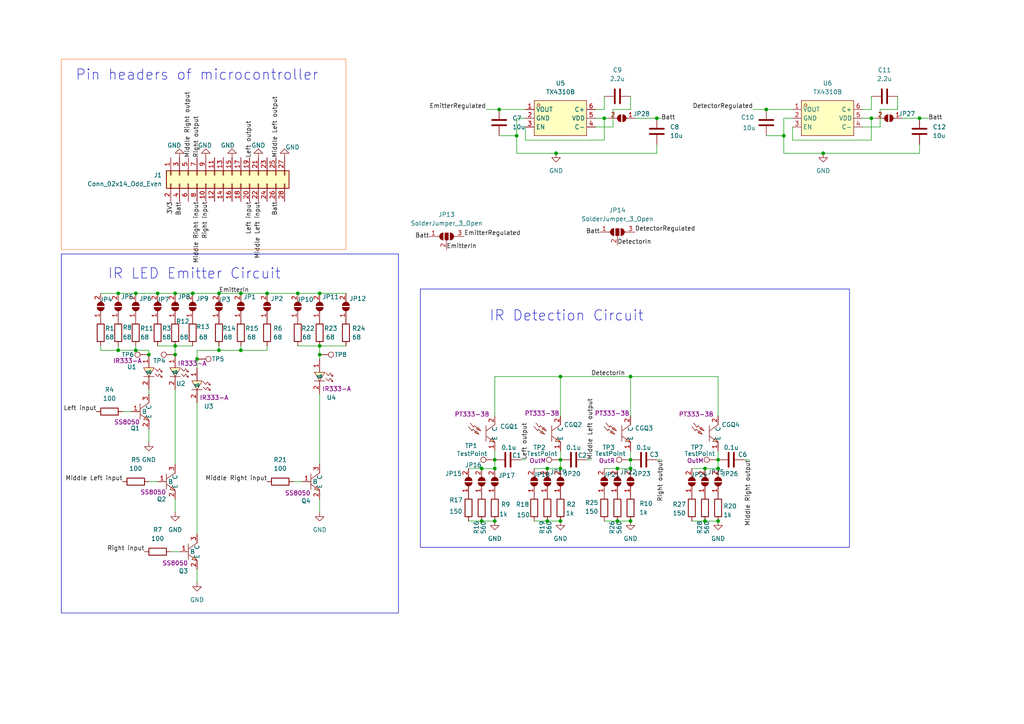
<source format=kicad_sch>
(kicad_sch (version 20231120) (generator "eeschema") (generator_version "8.0")
  (paper "A4")
  (title_block (title "Group 3 Micromouse Sensor board") (date "2024-03-17") (rev "v0.1") (company "UCT EEE3088F") (comment 1 "MHNNIC004") (comment 2 "Nicholas Meehan"))
  (lib_symbols
    (symbol "Connector:TestPoint" (pin_numbers hide) (pin_names (offset 0.762) hide)
      (property "Reference" "TP" (at 0 6.858 0))
      (property "Value" "TestPoint" (at 0 5.08 0))
      (symbol "TestPoint_1_1"
        (pin passive line (at 0 0 90) (length 2.54) (name "1") (number "1"))
      )
    )
    (symbol "Connector_Generic:Conn_02x14_Odd_Even" (pin_names (offset 1.016) hide)
      (property "Reference" "J" (at 1.27 17.78 0))
      (property "Value" "Conn_02x14_Odd_Even" (at 1.27 -20.32 0))
      (symbol "Conn_02x14_Odd_Even_1_1"
        (pin passive line (at -5.08 15.24 0) (length 3.81) (name "Pin_1") (number "1"))
        (pin passive line (at 7.62 5.08 180) (length 3.81) (name "Pin_10") (number "10"))
        (pin passive line (at -5.08 2.54 0) (length 3.81) (name "Pin_11") (number "11"))
        (pin passive line (at 7.62 2.54 180) (length 3.81) (name "Pin_12") (number "12"))
        (pin passive line (at -5.08 0 0) (length 3.81) (name "Pin_13") (number "13"))
        (pin passive line (at 7.62 0 180) (length 3.81) (name "Pin_14") (number "14"))
        (pin passive line (at -5.08 -2.54 0) (length 3.81) (name "Pin_15") (number "15"))
        (pin passive line (at 7.62 -2.54 180) (length 3.81) (name "Pin_16") (number "16"))
        (pin passive line (at -5.08 -5.08 0) (length 3.81) (name "Pin_17") (number "17"))
        (pin passive line (at 7.62 -5.08 180) (length 3.81) (name "Pin_18") (number "18"))
        (pin passive line (at -5.08 -7.62 0) (length 3.81) (name "Pin_19") (number "19"))
        (pin passive line (at 7.62 15.24 180) (length 3.81) (name "Pin_2") (number "2"))
        (pin passive line (at 7.62 -7.62 180) (length 3.81) (name "Pin_20") (number "20"))
        (pin passive line (at -5.08 -10.16 0) (length 3.81) (name "Pin_21") (number "21"))
        (pin passive line (at 7.62 -10.16 180) (length 3.81) (name "Pin_22") (number "22"))
        (pin passive line (at -5.08 -12.7 0) (length 3.81) (name "Pin_23") (number "23"))
        (pin passive line (at 7.62 -12.7 180) (length 3.81) (name "Pin_24") (number "24"))
        (pin passive line (at -5.08 -15.24 0) (length 3.81) (name "Pin_25") (number "25"))
        (pin passive line (at 7.62 -15.24 180) (length 3.81) (name "Pin_26") (number "26"))
        (pin passive line (at -5.08 -17.78 0) (length 3.81) (name "Pin_27") (number "27"))
        (pin passive line (at 7.62 -17.78 180) (length 3.81) (name "Pin_28") (number "28"))
        (pin passive line (at -5.08 12.7 0) (length 3.81) (name "Pin_3") (number "3"))
        (pin passive line (at 7.62 12.7 180) (length 3.81) (name "Pin_4") (number "4"))
        (pin passive line (at -5.08 10.16 0) (length 3.81) (name "Pin_5") (number "5"))
        (pin passive line (at 7.62 10.16 180) (length 3.81) (name "Pin_6") (number "6"))
        (pin passive line (at -5.08 7.62 0) (length 3.81) (name "Pin_7") (number "7"))
        (pin passive line (at 7.62 7.62 180) (length 3.81) (name "Pin_8") (number "8"))
        (pin passive line (at -5.08 5.08 0) (length 3.81) (name "Pin_9") (number "9"))
      )
    )
    (symbol "Device:C" (pin_numbers hide) (pin_names (offset 0.254))
      (property "Reference" "C" (at 0.635 2.54 0))
      (property "Value" "C" (at 0.635 -2.54 0))
      (symbol "C_1_1"
        (pin passive line (at 0 3.81 270) (length 2.794) (name "~") (number "1"))
        (pin passive line (at 0 -3.81 90) (length 2.794) (name "~") (number "2"))
      )
    )
    (symbol "Device:R" (pin_numbers hide) (pin_names (offset 0))
      (property "Reference" "R" (at 2.032 0 90))
      (property "Value" "R" (at 0 0 90))
      (symbol "R_1_1"
        (pin passive line (at 0 3.81 270) (length 1.27) (name "~") (number "1"))
        (pin passive line (at 0 -3.81 90) (length 1.27) (name "~") (number "2"))
      )
    )
    (symbol "Jumper:SolderJumper_2_Open" (pin_names (offset 0) hide)
      (property "Reference" "JP" (at 0 2.032 0))
      (property "Value" "SolderJumper_2_Open" (at 0 -2.54 0))
      (symbol "SolderJumper_2_Open_1_1"
        (pin passive line (at -3.81 0 0) (length 2.54) (name "A") (number "1"))
        (pin passive line (at 3.81 0 180) (length 2.54) (name "B") (number "2"))
      )
    )
    (symbol "Jumper:SolderJumper_3_Open" (pin_names (offset 0) hide)
      (property "Reference" "JP" (at -2.54 -2.54 0))
      (property "Value" "SolderJumper_3_Open" (at 0 2.794 0))
      (symbol "SolderJumper_3_Open_1_1"
        (pin passive line (at -5.08 0 0) (length 2.54) (name "A") (number "1"))
        (pin passive line (at 0 -3.81 90) (length 2.54) (name "C") (number "2"))
        (pin passive line (at 5.08 0 180) (length 2.54) (name "B") (number "3"))
      )
    )
    (symbol "easyeda2kicad:IR333-A_C264290"
      (property "Reference" "U" (at 0 5.08 0))
      (property "Value" "IR333-A_C264290" (at 0 -5.08 0))
      (symbol "IR333-A_C264290_0_1"
        (pin input line (at -5.08 0 0) (length 3.81) (name "A") (number "1"))
        (pin input line (at 5.08 0 180) (length 3.81) (name "C") (number "2"))
      )
    )
    (symbol "easyeda2kicad:PT333-3B_C5134"
      (property "Reference" "CGQ" (at 0 10.16 0))
      (property "Value" "PT333-3B_C5134" (at 0 -10.16 0))
      (symbol "PT333-3B_C5134_0_1"
        (pin unspecified line (at 3.81 -5.08 90) (length 2.54) (name "E") (number "1"))
        (pin unspecified line (at 3.81 5.08 270) (length 2.54) (name "C") (number "2"))
      )
    )
    (symbol "easyeda2kicad:SS8050_C2150"
      (property "Reference" "Q" (at 0 10.16 0))
      (property "Value" "SS8050_C2150" (at 0 -10.16 0))
      (symbol "SS8050_C2150_0_1"
        (pin unspecified line (at -5.08 0 0) (length 2.54) (name "B") (number "1"))
        (pin unspecified line (at 0 -5.08 90) (length 2.54) (name "E") (number "2"))
        (pin unspecified line (at 0 5.08 270) (length 2.54) (name "C") (number "3"))
      )
    )
    (symbol "easyeda2kicad:TX4310B"
      (property "Reference" "U" (at 0 7.62 0))
      (property "Value" "TX4310B" (at 0 -7.62 0))
      (symbol "TX4310B_0_1"
        (pin unspecified line (at -10.16 2.54 0) (length 2.54) (name "VOUT") (number "1"))
        (pin unspecified line (at -10.16 0 0) (length 2.54) (name "GND") (number "2"))
        (pin unspecified line (at -10.16 -2.54 0) (length 2.54) (name "EN") (number "3"))
        (pin unspecified line (at 10.16 -2.54 180) (length 2.54) (name "C-") (number "4"))
        (pin unspecified line (at 10.16 0 180) (length 2.54) (name "VDD") (number "5"))
        (pin unspecified line (at 10.16 2.54 180) (length 2.54) (name "C+") (number "6"))
      )
    )
    (symbol "power:GND" (power) (pin_numbers hide) (pin_names (offset 0) hide)
      (property "Value" "GND" (at 0 -3.81 0))
      (symbol "GND_1_1"
        (pin power_in line (at 0 0 270) (length 0) (name "~") (number "1"))
      )
    )
  )
  (junction (at 182.88 133.35))
  (junction (at 161.29 44.45))
  (junction (at 175.26 34.29))
  (junction (at 158.75 151.13))
  (junction (at 144.78 31.75))
  (junction (at 162.56 109.22))
  (junction (at 69.85 85.09))
  (junction (at 238.76 44.45))
  (junction (at 139.7 135.89))
  (junction (at 208.28 135.89))
  (junction (at 92.71 100.33))
  (junction (at 43.18 102.87))
  (junction (at 77.47 85.09))
  (junction (at 45.72 85.09))
  (junction (at 34.29 101.6))
  (junction (at 179.07 135.89))
  (junction (at 179.07 151.13))
  (junction (at 204.47 151.13))
  (junction (at 69.85 101.6))
  (junction (at 63.5 101.6))
  (junction (at 50.8 100.33))
  (junction (at 182.88 151.13))
  (junction (at 182.88 109.22))
  (junction (at 86.36 85.09))
  (junction (at 92.71 85.09))
  (junction (at 50.8 85.09))
  (junction (at 252.73 34.29))
  (junction (at 39.37 101.6))
  (junction (at 266.7 34.29))
  (junction (at 208.28 151.13))
  (junction (at 139.7 151.13))
  (junction (at 149.86 39.37))
  (junction (at 39.37 85.09))
  (junction (at 182.88 135.89))
  (junction (at 57.15 104.14))
  (junction (at 162.56 151.13))
  (junction (at 204.47 135.89))
  (junction (at 162.56 133.35))
  (junction (at 227.33 39.37))
  (junction (at 190.5 34.29))
  (junction (at 143.51 151.13))
  (junction (at 63.5 85.09))
  (junction (at 208.28 133.35))
  (junction (at 50.8 102.87))
  (junction (at 34.29 85.09))
  (junction (at 158.75 135.89))
  (junction (at 143.51 135.89))
  (junction (at 222.25 31.75))
  (junction (at 143.51 133.35))
  (junction (at 55.88 85.09))
  (junction (at 92.71 102.87))
  (junction (at 162.56 135.89))
  (wire (pts (xy 172.72 36.83) (xy 177.8 36.83)))
  (wire (pts (xy 208.28 133.35) (xy 208.28 135.89)))
  (wire (pts (xy 69.85 101.6) (xy 63.5 101.6)))
  (wire (pts (xy 175.26 34.29) (xy 175.26 40.64)))
  (wire (pts (xy 152.4 34.29) (xy 149.86 34.29)))
  (wire (pts (xy 170.18 133.35) (xy 171.45 133.35)))
  (wire (pts (xy 255.27 31.75) (xy 260.35 31.75)))
  (wire (pts (xy 92.71 114.3) (xy 92.71 134.62)))
  (wire (pts (xy 162.56 120.65) (xy 162.56 109.22)))
  (wire (pts (xy 69.85 100.33) (xy 69.85 101.6)))
  (wire (pts (xy 45.72 85.09) (xy 50.8 85.09)))
  (wire (pts (xy 162.56 133.35) (xy 162.56 135.89)))
  (wire (pts (xy 34.29 100.33) (xy 34.29 101.6)))
  (wire (pts (xy 57.15 165.1) (xy 57.15 168.91)))
  (wire (pts (xy 158.75 151.13) (xy 162.56 151.13)))
  (wire (pts (xy 29.21 101.6) (xy 34.29 101.6)))
  (wire (pts (xy 266.7 41.91) (xy 266.7 44.45)))
  (wire (pts (xy 143.51 109.22) (xy 162.56 109.22)))
  (wire (pts (xy 208.28 109.22) (xy 208.28 120.65)))
  (wire (pts (xy 152.4 133.35) (xy 151.13 133.35)))
  (wire (pts (xy 149.86 34.29) (xy 149.86 39.37)))
  (wire (pts (xy 69.85 85.09) (xy 77.47 85.09)))
  (wire (pts (xy 86.36 100.33) (xy 92.71 100.33)))
  (wire (pts (xy 50.8 144.78) (xy 50.8 148.59)))
  (wire (pts (xy 57.15 101.6) (xy 57.15 104.14)))
  (wire (pts (xy 204.47 151.13) (xy 208.28 151.13)))
  (wire (pts (xy 92.71 144.78) (xy 92.71 148.59)))
  (wire (pts (xy 190.5 44.45) (xy 161.29 44.45)))
  (wire (pts (xy 252.73 31.75) (xy 252.73 27.94)))
  (wire (pts (xy 175.26 34.29) (xy 172.72 34.29)))
  (wire (pts (xy 179.07 151.13) (xy 182.88 151.13)))
  (wire (pts (xy 29.21 101.6) (xy 29.21 100.33)))
  (wire (pts (xy 184.15 34.29) (xy 190.5 34.29)))
  (wire (pts (xy 222.25 31.75) (xy 229.87 31.75)))
  (wire (pts (xy 175.26 135.89) (xy 179.07 135.89)))
  (wire (pts (xy 250.19 36.83) (xy 255.27 36.83)))
  (wire (pts (xy 269.24 34.29) (xy 266.7 34.29)))
  (wire (pts (xy 182.88 31.75) (xy 182.88 27.94)))
  (wire (pts (xy 43.18 139.7) (xy 45.72 139.7)))
  (wire (pts (xy 227.33 39.37) (xy 227.33 44.45)))
  (wire (pts (xy 86.36 85.09) (xy 92.71 85.09)))
  (wire (pts (xy 162.56 130.81) (xy 162.56 133.35)))
  (wire (pts (xy 179.07 135.89) (xy 182.88 135.89)))
  (wire (pts (xy 77.47 85.09) (xy 86.36 85.09)))
  (wire (pts (xy 39.37 101.6) (xy 43.18 101.6)))
  (wire (pts (xy 144.78 31.75) (xy 152.4 31.75)))
  (wire (pts (xy 144.78 39.37) (xy 149.86 39.37)))
  (wire (pts (xy 154.94 151.13) (xy 158.75 151.13)))
  (wire (pts (xy 43.18 113.03) (xy 43.18 114.3)))
  (wire (pts (xy 260.35 31.75) (xy 260.35 27.94)))
  (wire (pts (xy 39.37 100.33) (xy 39.37 101.6)))
  (wire (pts (xy 266.7 44.45) (xy 238.76 44.45)))
  (wire (pts (xy 92.71 85.09) (xy 100.33 85.09)))
  (wire (pts (xy 135.89 151.13) (xy 139.7 151.13)))
  (wire (pts (xy 175.26 34.29) (xy 176.53 34.29)))
  (wire (pts (xy 55.88 85.09) (xy 63.5 85.09)))
  (wire (pts (xy 143.51 130.81) (xy 143.51 133.35)))
  (wire (pts (xy 50.8 102.87) (xy 50.8 100.33)))
  (wire (pts (xy 152.4 40.64) (xy 175.26 40.64)))
  (wire (pts (xy 43.18 101.6) (xy 43.18 102.87)))
  (wire (pts (xy 190.5 41.91) (xy 190.5 44.45)))
  (wire (pts (xy 190.5 133.35) (xy 191.77 133.35)))
  (wire (pts (xy 215.9 133.35) (xy 217.17 133.35)))
  (wire (pts (xy 43.18 124.46) (xy 43.18 128.27)))
  (wire (pts (xy 63.5 100.33) (xy 63.5 101.6)))
  (wire (pts (xy 77.47 101.6) (xy 77.47 100.33)))
  (wire (pts (xy 154.94 135.89) (xy 158.75 135.89)))
  (wire (pts (xy 149.86 39.37) (xy 149.86 44.45)))
  (wire (pts (xy 50.8 85.09) (xy 55.88 85.09)))
  (wire (pts (xy 57.15 116.84) (xy 57.15 154.94)))
  (wire (pts (xy 200.66 151.13) (xy 204.47 151.13)))
  (wire (pts (xy 252.73 34.29) (xy 252.73 40.64)))
  (wire (pts (xy 149.86 44.45) (xy 161.29 44.45)))
  (wire (pts (xy 252.73 34.29) (xy 250.19 34.29)))
  (wire (pts (xy 92.71 102.87) (xy 92.71 100.33)))
  (wire (pts (xy 182.88 130.81) (xy 182.88 133.35)))
  (wire (pts (xy 143.51 109.22) (xy 143.51 120.65)))
  (wire (pts (xy 222.25 39.37) (xy 227.33 39.37)))
  (wire (pts (xy 175.26 151.13) (xy 179.07 151.13)))
  (wire (pts (xy 50.8 113.03) (xy 50.8 134.62)))
  (wire (pts (xy 34.29 101.6) (xy 39.37 101.6)))
  (wire (pts (xy 77.47 101.6) (xy 69.85 101.6)))
  (wire (pts (xy 177.8 36.83) (xy 177.8 31.75)))
  (wire (pts (xy 35.56 119.38) (xy 38.1 119.38)))
  (wire (pts (xy 182.88 109.22) (xy 208.28 109.22)))
  (wire (pts (xy 229.87 40.64) (xy 252.73 40.64)))
  (wire (pts (xy 172.72 31.75) (xy 175.26 31.75)))
  (wire (pts (xy 63.5 101.6) (xy 57.15 101.6)))
  (wire (pts (xy 191.77 34.29) (xy 190.5 34.29)))
  (wire (pts (xy 50.8 100.33) (xy 55.88 100.33)))
  (wire (pts (xy 229.87 36.83) (xy 229.87 40.64)))
  (wire (pts (xy 252.73 34.29) (xy 254 34.29)))
  (wire (pts (xy 200.66 135.89) (xy 204.47 135.89)))
  (wire (pts (xy 158.75 135.89) (xy 162.56 135.89)))
  (wire (pts (xy 63.5 85.09) (xy 69.85 85.09)))
  (wire (pts (xy 139.7 135.89) (xy 143.51 135.89)))
  (wire (pts (xy 49.53 160.02) (xy 52.07 160.02)))
  (wire (pts (xy 162.56 109.22) (xy 182.88 109.22)))
  (wire (pts (xy 182.88 133.35) (xy 182.88 135.89)))
  (wire (pts (xy 250.19 31.75) (xy 252.73 31.75)))
  (wire (pts (xy 143.51 133.35) (xy 143.51 135.89)))
  (wire (pts (xy 34.29 85.09) (xy 39.37 85.09)))
  (wire (pts (xy 255.27 36.83) (xy 255.27 31.75)))
  (wire (pts (xy 92.71 100.33) (xy 100.33 100.33)))
  (wire (pts (xy 139.7 151.13) (xy 143.51 151.13)))
  (wire (pts (xy 227.33 44.45) (xy 238.76 44.45)))
  (wire (pts (xy 45.72 100.33) (xy 50.8 100.33)))
  (wire (pts (xy 57.15 104.14) (xy 57.15 106.68)))
  (wire (pts (xy 140.97 31.75) (xy 144.78 31.75)))
  (wire (pts (xy 227.33 34.29) (xy 227.33 39.37)))
  (wire (pts (xy 177.8 31.75) (xy 182.88 31.75)))
  (wire (pts (xy 208.28 130.81) (xy 208.28 133.35)))
  (wire (pts (xy 135.89 135.89) (xy 139.7 135.89)))
  (wire (pts (xy 152.4 36.83) (xy 152.4 40.64)))
  (wire (pts (xy 229.87 34.29) (xy 227.33 34.29)))
  (wire (pts (xy 85.09 139.7) (xy 87.63 139.7)))
  (wire (pts (xy 175.26 31.75) (xy 175.26 27.94)))
  (wire (pts (xy 218.44 31.75) (xy 222.25 31.75)))
  (wire (pts (xy 261.62 34.29) (xy 266.7 34.29)))
  (wire (pts (xy 204.47 135.89) (xy 208.28 135.89)))
  (wire (pts (xy 92.71 104.14) (xy 92.71 102.87)))
  (wire (pts (xy 39.37 85.09) (xy 45.72 85.09)))
  (wire (pts (xy 29.21 85.09) (xy 34.29 85.09)))
  (wire (pts (xy 182.88 120.65) (xy 182.88 109.22)))
  (rectangle (start 121.92 83.82) (end 246.38 158.75))
  (rectangle (start 17.78 17.145) (end 100.33 72.39) (stroke (width 0) (color 255 127 67 1)))
  (rectangle (start 17.78 73.66) (end 115.57 177.8))
  (text "Pin headers of microcontroller" (at 57.15 21.844 0) (effects (font (size 3 3))))
  (text "IR Detection Circuit" (at 164.338 91.694 0) (effects (font (size 3 3))))
  (text "IR LED Emitter Circuit" (at 56.388 79.502 0) (effects (font (size 3 3))))
  (label "Left input" (at 72.39 58.42 270))
  (label "Batt" (at 173.99 67.31 180))
  (label "Left output" (at 152.4 133.35 90))
  (label "DetectorIn" (at 171.45 109.22 0))
  (label "Middle Right input" (at 57.15 58.42 270))
  (label "Right input" (at 59.69 58.42 270))
  (label "Middle Right output" (at 217.17 133.35 270))
  (label "Batt" (at 269.24 34.29 0))
  (label "EmitterIn" (at 129.54 72.39 0))
  (label "EmitterRegulated" (at 134.62 68.58 0))
  (label "EmitterIn" (at 63.5 85.09 0))
  (label "DetectorRegulated" (at 184.15 67.31 0))
  (label "Right output" (at 191.77 133.35 270))
  (label "Middle Left input" (at 35.56 139.7 180))
  (label "3V3" (at 49.53 58.42 270))
  (label "Middle Left input" (at 74.93 58.42 270))
  (label "Middle Right output" (at 54.61 45.72 90))
  (label "Right output" (at 57.15 45.72 90))
  (label "DetectorRegulated" (at 218.44 31.75 180))
  (label "Left output" (at 72.39 45.72 90))
  (label "Batt" (at 124.46 68.58 180))
  (label "Middle Right input" (at 77.47 139.7 180))
  (label "DetectorIn" (at 179.07 71.12 0))
  (label "Middle Left output" (at 80.01 45.72 90))
  (label "Batt" (at 52.07 58.42 270))
  (label "Left input" (at 27.94 119.38 180))
  (label "Middle Left output" (at 171.45 133.35 90))
  (label "Batt" (at 80.01 58.42 270))
  (label "Right input" (at 41.91 160.02 180))
  (label "Batt" (at 191.77 34.29 0))
  (label "EmitterRegulated" (at 140.97 31.75 180))
  (symbol (lib_id "power:GND") (at 82.55 45.72 180) (unit 1)
    (property "Reference" "#PWR08" (effects (hide yes)))
    (property "Value" "GND" (at 84.836 42.672 0))
    (property "Description" "Power symbol creates a global label with name \"GND\" , ground" (effects (hide yes)))
  )
  (symbol (lib_id "Connector:TestPoint") (at 143.51 133.35 90) (unit 1) (in_bom no)
    (property "Reference" "TP1" (at 136.652 129.286 90))
    (property "Value" "TestPoint" (at 136.906 131.572 90))
    (property "Footprint" "TestPoint:TestPoint_Pad_2.0x2.0mm" (effects (hide yes)))
    (property "Description" "OutL" (at 132.6154 129.6527 90))
  )
  (symbol (lib_id "Jumper:SolderJumper_2_Open") (at 39.37 88.9 90) (unit 1) (in_bom no)
    (property "Reference" "JP6" (at 40.386 86.614 90) (effects (justify right)))
    (property "Value" "SolderJumper_2_Open" (effects (hide yes)))
    (property "Footprint" "Jumper:SolderJumper-2_P1.3mm_Open_RoundedPad1.0x1.5mm" (effects (hide yes)))
    (property "Description" "Solder Jumper, 2-pole, open" (effects (hide yes)))
  )
  (symbol (lib_id "Device:R") (at 31.75 119.38 90) (unit 1)
    (property "Reference" "R4" (at 31.75 113.03 90))
    (property "Value" "100" (at 31.75 115.57 90))
    (property "Footprint" "Resistor_SMD:R_0805_2012Metric" (effects (hide yes)))
    (property "Description" "Resistor" (effects (hide yes)))
  )
  (symbol (lib_id "Jumper:SolderJumper_2_Open") (at 204.47 139.7 90) (unit 1) (in_bom no)
    (property "Reference" "JP25" (at 205.232 136.906 90) (effects (justify right)))
    (property "Value" "SolderJumper_2_Open" (effects (hide yes)))
    (property "Footprint" "Jumper:SolderJumper-2_P1.3mm_Open_RoundedPad1.0x1.5mm" (effects (hide yes)))
    (property "Description" "Solder Jumper, 2-pole, open" (effects (hide yes)))
  )
  (symbol (lib_id "Jumper:SolderJumper_2_Open") (at 45.72 88.9 90) (unit 1) (in_bom no)
    (property "Reference" "JP7" (at 45.466 86.868 90) (effects (justify right)))
    (property "Value" "SolderJumper_2_Open" (effects (hide yes)))
    (property "Footprint" "Jumper:SolderJumper-2_P1.3mm_Open_RoundedPad1.0x1.5mm" (effects (hide yes)))
    (property "Description" "Solder Jumper, 2-pole, open" (effects (hide yes)))
  )
  (symbol (lib_id "power:GND") (at 59.69 45.72 180) (unit 1)
    (property "Reference" "#PWR010" (effects (hide yes)))
    (property "Value" "GND" (at 59.436 42.164 0))
    (property "Description" "Power symbol creates a global label with name \"GND\" , ground" (effects (hide yes)))
  )
  (symbol (lib_id "power:GND") (at 52.07 45.72 180) (unit 1)
    (property "Reference" "#PWR07" (effects (hide yes)))
    (property "Value" "GND" (at 50.546 42.164 0))
    (property "Description" "Power symbol creates a global label with name \"GND\" , ground" (effects (hide yes)))
  )
  (symbol (lib_id "Jumper:SolderJumper_2_Open") (at 55.88 88.9 90) (unit 1) (in_bom no)
    (property "Reference" "JP9" (at 56.896 86.614 90) (effects (justify right)))
    (property "Value" "SolderJumper_2_Open" (effects (hide yes)))
    (property "Footprint" "Jumper:SolderJumper-2_P1.3mm_Open_RoundedPad1.0x1.5mm" (effects (hide yes)))
    (property "Description" "Solder Jumper, 2-pole, open" (effects (hide yes)))
  )
  (symbol (lib_id "Jumper:SolderJumper_3_Open") (at 179.07 67.31 0) (unit 1) (in_bom no)
    (property "Reference" "JP14" (at 179.07 60.96 0))
    (property "Value" "SolderJumper_3_Open" (at 179.07 63.5 0))
    (property "Footprint" "Jumper:SolderJumper-3_P2.0mm_Open_TrianglePad1.0x1.5mm" (effects (hide yes)))
    (property "Description" "Solder Jumper, 3-pole, open" (effects (hide yes)))
  )
  (symbol (lib_id "Device:R") (at 139.7 147.32 0) (unit 1)
    (property "Reference" "R16" (at 138.176 154.94 90) (effects (justify left)))
    (property "Value" "560" (at 140.208 154.94 90) (effects (justify left)))
    (property "Footprint" "Resistor_SMD:R_0805_2012Metric" (effects (hide yes)))
    (property "Description" "Resistor" (effects (hide yes)))
  )
  (symbol (lib_id "Jumper:SolderJumper_2_Open") (at 158.75 139.7 90) (unit 1) (in_bom no)
    (property "Reference" "JP19" (at 159.512 136.906 90) (effects (justify right)))
    (property "Value" "SolderJumper_2_Open" (effects (hide yes)))
    (property "Footprint" "Jumper:SolderJumper-2_P1.3mm_Open_RoundedPad1.0x1.5mm" (effects (hide yes)))
    (property "Description" "Solder Jumper, 2-pole, open" (effects (hide yes)))
  )
  (symbol (lib_id "Jumper:SolderJumper_2_Open") (at 162.56 139.7 90) (unit 1) (in_bom no)
    (property "Reference" "JP20" (at 163.576 137.414 90) (effects (justify right)))
    (property "Value" "SolderJumper_2_Open" (effects (hide yes)))
    (property "Footprint" "Jumper:SolderJumper-2_P1.3mm_Open_RoundedPad1.0x1.5mm" (effects (hide yes)))
    (property "Description" "Solder Jumper, 2-pole, open" (effects (hide yes)))
  )
  (symbol (lib_id "Device:R") (at 29.21 96.52 0) (unit 1)
    (property "Reference" "R1" (at 30.48 95.25 0) (effects (justify left)))
    (property "Value" "68" (at 30.48 97.79 0) (effects (justify left)))
    (property "Footprint" "Resistor_SMD:R_0805_2012Metric" (effects (hide yes)))
    (property "Description" "Resistor" (effects (hide yes)))
  )
  (symbol (lib_id "Connector:TestPoint") (at 43.18 102.87 90) (unit 1) (in_bom no)
    (property "Reference" "TP6" (at 37.084 102.87 90))
    (property "Value" "TestPoint" (effects (hide yes)))
    (property "Footprint" "TestPoint:TestPoint_Pad_2.0x2.0mm" (effects (hide yes)))
    (property "Description" "OutL" (effects (hide yes)))
  )
  (symbol (lib_id "Device:C") (at 144.78 35.56 0) (unit 1)
    (property "Reference" "C7" (at 148.59 34.2899 0) (effects (justify left)))
    (property "Value" "10u" (at 148.59 36.8299 0) (effects (justify left)))
    (property "Footprint" "easyeda2kicad:C0805" (effects (hide yes)))
    (property "Description" "Unpolarized capacitor" (effects (hide yes)))
  )
  (symbol (lib_id "Jumper:SolderJumper_2_Open") (at 143.51 139.7 90) (unit 1) (in_bom no)
    (property "Reference" "JP17" (at 144.526 137.922 90) (effects (justify right)))
    (property "Value" "SolderJumper_2_Open" (effects (hide yes)))
    (property "Footprint" "Jumper:SolderJumper-2_P1.3mm_Open_RoundedPad1.0x1.5mm" (effects (hide yes)))
    (property "Description" "Solder Jumper, 2-pole, open" (effects (hide yes)))
  )
  (symbol (lib_id "Device:R") (at 135.89 147.32 0) (unit 1)
    (property "Reference" "R17" (at 130.302 145.034 0) (effects (justify left)))
    (property "Value" "150" (at 130.302 148.336 0) (effects (justify left)))
    (property "Footprint" "Resistor_SMD:R_0805_2012Metric" (effects (hide yes)))
    (property "Description" "Resistor" (effects (hide yes)))
  )
  (symbol (lib_id "Device:R") (at 39.37 96.52 0) (unit 1)
    (property "Reference" "R11" (at 40.64 95.25 0) (effects (justify left)))
    (property "Value" "68" (at 40.64 97.79 0) (effects (justify left)))
    (property "Footprint" "Resistor_SMD:R_0805_2012Metric" (effects (hide yes)))
    (property "Description" "Resistor" (effects (hide yes)))
  )
  (symbol (lib_id "Jumper:SolderJumper_2_Open") (at 100.33 88.9 90) (unit 1) (in_bom no)
    (property "Reference" "JP12" (at 101.346 86.614 90) (effects (justify right)))
    (property "Value" "SolderJumper_2_Open" (effects (hide yes)))
    (property "Footprint" "Jumper:SolderJumper-2_P1.3mm_Open_RoundedPad1.0x1.5mm" (effects (hide yes)))
    (property "Description" "Solder Jumper, 2-pole, open" (effects (hide yes)))
  )
  (symbol (lib_id "Device:R") (at 39.37 139.7 90) (unit 1)
    (property "Reference" "R5" (at 39.37 133.35 90))
    (property "Value" "100" (at 39.37 135.89 90))
    (property "Footprint" "Resistor_SMD:R_0805_2012Metric" (effects (hide yes)))
    (property "Description" "Resistor" (effects (hide yes)))
  )
  (symbol (lib_id "Device:R") (at 204.47 147.32 0) (unit 1)
    (property "Reference" "R28" (at 202.946 154.94 90) (effects (justify left)))
    (property "Value" "560" (at 204.978 154.94 90) (effects (justify left)))
    (property "Footprint" "Resistor_SMD:R_0805_2012Metric" (effects (hide yes)))
    (property "Description" "Resistor" (effects (hide yes)))
  )
  (symbol (lib_id "Device:R") (at 45.72 160.02 90) (unit 1)
    (property "Reference" "R7" (at 45.72 153.67 90))
    (property "Value" "100" (at 45.72 156.21 90))
    (property "Footprint" "Resistor_SMD:R_0805_2012Metric" (effects (hide yes)))
    (property "Description" "Resistor" (effects (hide yes)))
  )
  (symbol (lib_id "Jumper:SolderJumper_2_Open") (at 175.26 139.7 90) (unit 1) (in_bom no)
    (property "Reference" "JP21" (at 175.006 137.668 90) (effects (justify right)))
    (property "Value" "SolderJumper_2_Open" (effects (hide yes)))
    (property "Footprint" "Jumper:SolderJumper-2_P1.3mm_Open_RoundedPad1.0x1.5mm" (effects (hide yes)))
    (property "Description" "Solder Jumper, 2-pole, open" (effects (hide yes)))
  )
  (symbol (lib_id "Device:R") (at 34.29 96.52 0) (unit 1)
    (property "Reference" "R8" (at 35.56 94.996 0) (effects (justify left)))
    (property "Value" "68" (at 35.56 97.79 0) (effects (justify left)))
    (property "Footprint" "Resistor_SMD:R_0805_2012Metric" (effects (hide yes)))
    (property "Description" "Resistor" (effects (hide yes)))
  )
  (symbol (lib_id "Jumper:SolderJumper_2_Open") (at 34.29 88.9 90) (unit 1) (in_bom no)
    (property "Reference" "JP5" (at 35.052 86.106 90) (effects (justify right)))
    (property "Value" "SolderJumper_2_Open" (effects (hide yes)))
    (property "Footprint" "Jumper:SolderJumper-2_P1.3mm_Open_RoundedPad1.0x1.5mm" (effects (hide yes)))
    (property "Description" "Solder Jumper, 2-pole, open" (effects (hide yes)))
  )
  (symbol (lib_id "power:GND") (at 74.93 45.72 180) (unit 1)
    (property "Reference" "#PWR09" (effects (hide yes)))
    (property "Value" "GND" (at 74.93 42.164 0))
    (property "Description" "Power symbol creates a global label with name \"GND\" , ground" (effects (hide yes)))
  )
  (symbol (lib_id "Device:R") (at 208.28 147.32 0) (unit 1)
    (property "Reference" "R20" (at 209.804 146.812 0) (effects (justify left)))
    (property "Value" "1k" (at 209.804 149.352 0) (effects (justify left)))
    (property "Footprint" "Resistor_SMD:R_0805_2012Metric" (effects (hide yes)))
    (property "Description" "Resistor" (effects (hide yes)))
  )
  (symbol (lib_id "Jumper:SolderJumper_2_Open") (at 86.36 88.9 90) (unit 1) (in_bom no)
    (property "Reference" "JP10" (at 86.106 86.868 90) (effects (justify right)))
    (property "Value" "SolderJumper_2_Open" (effects (hide yes)))
    (property "Footprint" "Jumper:SolderJumper-2_P1.3mm_Open_RoundedPad1.0x1.5mm" (effects (hide yes)))
    (property "Description" "Solder Jumper, 2-pole, open" (effects (hide yes)))
  )
  (symbol (lib_id "power:GND") (at 182.88 151.13 0) (unit 1)
    (property "Reference" "#PWR06" (effects (hide yes)))
    (property "Value" "GND" (at 182.88 156.21 0))
    (property "Description" "Power symbol creates a global label with name \"GND\" , ground" (effects (hide yes)))
  )
  (symbol (lib_id "Device:R") (at 143.51 147.32 0) (unit 1)
    (property "Reference" "R9" (at 145.288 146.304 0) (effects (justify left)))
    (property "Value" "1k" (at 144.78 149.098 0) (effects (justify left)))
    (property "Footprint" "Resistor_SMD:R_0805_2012Metric" (effects (hide yes)))
    (property "Description" "Resistor" (effects (hide yes)))
  )
  (symbol (lib_id "Device:R") (at 182.88 147.32 0) (unit 1)
    (property "Reference" "R10" (at 185.42 146.0499 0) (effects (justify left)))
    (property "Value" "1k" (at 185.42 148.5899 0) (effects (justify left)))
    (property "Footprint" "Resistor_SMD:R_0805_2012Metric" (effects (hide yes)))
    (property "Description" "Resistor" (effects (hide yes)))
  )
  (symbol (lib_id "Device:R") (at 63.5 96.52 0) (unit 1)
    (property "Reference" "R14" (at 64.516 95.25 0) (effects (justify left)))
    (property "Value" "68" (at 64.77 97.79 0) (effects (justify left)))
    (property "Footprint" "Resistor_SMD:R_0805_2012Metric" (effects (hide yes)))
    (property "Description" "Resistor" (effects (hide yes)))
  )
  (symbol (lib_id "easyeda2kicad:SS8050_C2150") (at 43.18 119.38 0) (unit 1)
    (property "Reference" "Q1" (at 37.846 124.206 0) (effects (justify left)))
    (property "Value" "SS8050_C2150" (effects (hide yes)))
    (property "Footprint" "easyeda2kicad:SOT-23-3_L2.9-W1.3-P1.90-LS2.4-BR" (effects (hide yes)))
    (property "Datasheet" "https://lcsc.com/product-detail/Transistors-NPN-PNP_SS8050-Y1-200-350_C2150.html" (effects (hide yes)))
    (property "Description" "SS8050" (at 36.83 122.428 0))
    (property "LCSC Part" "C2150" (effects (hide yes)))
  )
  (symbol (lib_id "power:GND") (at 162.56 151.13 0) (unit 1)
    (property "Reference" "#PWR02" (effects (hide yes)))
    (property "Value" "GND" (at 162.56 156.21 0))
    (property "Description" "Power symbol creates a global label with name \"GND\" , ground" (effects (hide yes)))
  )
  (symbol (lib_id "Jumper:SolderJumper_3_Open") (at 129.54 68.58 0) (unit 1) (in_bom no)
    (property "Reference" "JP13" (at 129.54 62.23 0))
    (property "Value" "SolderJumper_3_Open" (at 129.54 64.77 0))
    (property "Footprint" "Jumper:SolderJumper-3_P2.0mm_Open_TrianglePad1.0x1.5mm" (effects (hide yes)))
    (property "Description" "Solder Jumper, 3-pole, open" (effects (hide yes)))
  )
  (symbol (lib_id "Device:R") (at 92.71 96.52 0) (unit 1)
    (property "Reference" "R23" (at 93.98 95.25 0) (effects (justify left)))
    (property "Value" "68" (at 94.488 97.79 0) (effects (justify left)))
    (property "Footprint" "Resistor_SMD:R_0805_2012Metric" (effects (hide yes)))
    (property "Description" "Resistor" (effects (hide yes)))
  )
  (symbol (lib_id "Jumper:SolderJumper_2_Open") (at 180.34 34.29 180) (unit 1) (in_bom no)
    (property "Reference" "JP28" (at 183.642 33.02 0) (effects (justify right)))
    (property "Value" "SolderJumper_2_Open" (effects (hide yes)))
    (property "Footprint" "Jumper:SolderJumper-2_P1.3mm_Open_RoundedPad1.0x1.5mm" (effects (hide yes)))
    (property "Description" "Solder Jumper, 2-pole, open" (effects (hide yes)))
  )
  (symbol (lib_id "Jumper:SolderJumper_2_Open") (at 77.47 88.9 90) (unit 1) (in_bom no)
    (property "Reference" "JP2" (at 78.486 86.614 90) (effects (justify right)))
    (property "Value" "SolderJumper_2_Open" (effects (hide yes)))
    (property "Footprint" "Jumper:SolderJumper-2_P1.3mm_Open_RoundedPad1.0x1.5mm" (effects (hide yes)))
    (property "Description" "Solder Jumper, 2-pole, open" (effects (hide yes)))
  )
  (symbol (lib_id "Device:R") (at 50.8 96.52 0) (unit 1)
    (property "Reference" "R12" (at 51.054 93.218 0) (effects (justify left)))
    (property "Value" "68" (at 52.07 97.79 0) (effects (justify left)))
    (property "Footprint" "Resistor_SMD:R_0805_2012Metric" (effects (hide yes)))
    (property "Description" "Resistor" (effects (hide yes)))
  )
  (symbol (lib_id "Device:C") (at 166.37 133.35 90) (unit 1)
    (property "Reference" "C2" (at 168.91 132.08 90))
    (property "Value" "0.1u" (at 166.37 129.794 90))
    (property "Footprint" "easyeda2kicad:C0805" (effects (hide yes)))
    (property "Description" "Unpolarized capacitor" (effects (hide yes)))
  )
  (symbol (lib_id "Connector_Generic:Conn_02x14_Odd_Even") (at 64.77 50.8 90) (mirror x) (unit 1) (in_bom no)
    (property "Reference" "J1" (at 46.99 50.7999 90) (effects (justify left)))
    (property "Value" "Conn_02x14_Odd_Even" (at 46.99 53.3399 90) (effects (justify left)))
    (property "Footprint" "Connector_PinHeader_2.54mm:PinHeader_2x14_P2.54mm_Vertical" (effects (hide yes)))
    (property "Description" "Generic connector, double row, 02x14, odd/even pin numbering scheme (row 1 odd numbers, row 2 even numbers), script generated (kicad-library-utils/schlib/autogen/connector/)" (effects (hide yes)))
  )
  (symbol (lib_id "easyeda2kicad:PT333-3B_C5134") (at 158.75 125.73 0) (unit 1)
    (property "Reference" "CGQ2" (at 163.576 123.19 0) (effects (justify left)))
    (property "Value" "PT333-3B_C5134" (effects (hide yes)))
    (property "Footprint" "LED_THT:LED_D5.0mm_Horizontal_O1.27mm_Z3.0mm" (effects (hide yes)))
    (property "Datasheet" "https://lcsc.com/product-detail/Infrared-Receivers_PT333-3B-L-5mm_C5134.html" (effects (hide yes)))
    (property "Description" "PT333-3B" (at 157.226 119.888 0))
    (property "LCSC Part" "C5134" (effects (hide yes)))
  )
  (symbol (lib_id "power:GND") (at 208.28 151.13 0) (unit 1)
    (property "Reference" "#PWR014" (effects (hide yes)))
    (property "Value" "GND" (at 208.28 156.21 0))
    (property "Description" "Power symbol creates a global label with name \"GND\" , ground" (effects (hide yes)))
  )
  (symbol (lib_id "power:GND") (at 92.71 148.59 0) (unit 1)
    (property "Reference" "#PWR015" (effects (hide yes)))
    (property "Value" "GND" (at 92.71 153.67 0))
    (property "Description" "Power symbol creates a global label with name \"GND\" , ground" (effects (hide yes)))
  )
  (symbol (lib_id "Device:R") (at 175.26 147.32 0) (unit 1)
    (property "Reference" "R25" (at 169.672 145.796 0) (effects (justify left)))
    (property "Value" "150" (at 169.672 148.336 0) (effects (justify left)))
    (property "Footprint" "Resistor_SMD:R_0805_2012Metric" (effects (hide yes)))
    (property "Description" "Resistor" (effects (hide yes)))
  )
  (symbol (lib_id "Connector:TestPoint") (at 208.28 133.35 90) (unit 1) (in_bom no)
    (property "Reference" "TP7" (at 202.184 129.794 90))
    (property "Value" "TestPoint" (at 202.946 131.572 90))
    (property "Footprint" "TestPoint:TestPoint_Pad_2.0x2.0mm" (effects (hide yes)))
    (property "Description" "OutM" (at 201.676 133.604 90))
  )
  (symbol (lib_id "Device:R") (at 55.88 96.52 0) (unit 1)
    (property "Reference" "R13" (at 56.896 94.742 0) (effects (justify left)))
    (property "Value" "68" (at 57.658 97.79 0) (effects (justify left)))
    (property "Footprint" "Resistor_SMD:R_0805_2012Metric" (effects (hide yes)))
    (property "Description" "Resistor" (effects (hide yes)))
  )
  (symbol (lib_id "Device:R") (at 45.72 96.52 0) (unit 1)
    (property "Reference" "R3" (at 46.99 95.25 0) (effects (justify left)))
    (property "Value" "68" (at 46.99 97.79 0) (effects (justify left)))
    (property "Footprint" "Resistor_SMD:R_0805_2012Metric" (effects (hide yes)))
    (property "Description" "Resistor" (effects (hide yes)))
  )
  (symbol (lib_id "Device:R") (at 69.85 96.52 0) (unit 1)
    (property "Reference" "R15" (at 71.12 95.25 0) (effects (justify left)))
    (property "Value" "68" (at 71.628 97.79 0) (effects (justify left)))
    (property "Footprint" "Resistor_SMD:R_0805_2012Metric" (effects (hide yes)))
    (property "Description" "Resistor" (effects (hide yes)))
  )
  (symbol (lib_id "power:GND") (at 67.31 45.72 180) (unit 1)
    (property "Reference" "#PWR011" (effects (hide yes)))
    (property "Value" "GND" (at 66.04 42.164 0))
    (property "Description" "Power symbol creates a global label with name \"GND\" , ground" (effects (hide yes)))
  )
  (symbol (lib_id "easyeda2kicad:PT333-3B_C5134") (at 179.07 125.73 0) (unit 1)
    (property "Reference" "CGQ3" (at 184.15 124.2049 0) (effects (justify left)))
    (property "Value" "PT333-3B_C5134" (effects (hide yes)))
    (property "Footprint" "LED_THT:LED_D5.0mm_Horizontal_O1.27mm_Z3.0mm" (effects (hide yes)))
    (property "Datasheet" "https://lcsc.com/product-detail/Infrared-Receivers_PT333-3B-L-5mm_C5134.html" (effects (hide yes)))
    (property "Description" "PT333-3B" (at 177.546 119.888 0))
    (property "LCSC Part" "C5134" (effects (hide yes)))
  )
  (symbol (lib_id "Jumper:SolderJumper_2_Open") (at 69.85 88.9 90) (unit 1) (in_bom no)
    (property "Reference" "JP1" (at 70.612 86.106 90) (effects (justify right)))
    (property "Value" "SolderJumper_2_Open" (effects (hide yes)))
    (property "Footprint" "Jumper:SolderJumper-2_P1.3mm_Open_RoundedPad1.0x1.5mm" (effects (hide yes)))
    (property "Description" "Solder Jumper, 2-pole, open" (effects (hide yes)))
  )
  (symbol (lib_id "power:GND") (at 143.51 151.13 0) (unit 1)
    (property "Reference" "#PWR05" (effects (hide yes)))
    (property "Value" "GND" (at 143.51 156.21 0))
    (property "Description" "Power symbol creates a global label with name \"GND\" , ground" (effects (hide yes)))
  )
  (symbol (lib_id "Connector:TestPoint") (at 57.15 104.14 270) (unit 1) (in_bom no)
    (property "Reference" "TP5" (at 63.246 104.14 90))
    (property "Value" "TestPoint" (effects (hide yes)))
    (property "Footprint" "TestPoint:TestPoint_Pad_2.0x2.0mm" (effects (hide yes)))
    (property "Description" "OutL" (effects (hide yes)))
  )
  (symbol (lib_id "Device:R") (at 154.94 147.32 0) (unit 1)
    (property "Reference" "R18" (at 149.606 146.304 0) (effects (justify left)))
    (property "Value" "150" (at 149.86 149.352 0) (effects (justify left)))
    (property "Footprint" "Resistor_SMD:R_0805_2012Metric" (effects (hide yes)))
    (property "Description" "Resistor" (effects (hide yes)))
  )
  (symbol (lib_id "Jumper:SolderJumper_2_Open") (at 179.07 139.7 90) (unit 1) (in_bom no)
    (property "Reference" "JP22" (at 179.832 136.906 90) (effects (justify right)))
    (property "Value" "SolderJumper_2_Open" (effects (hide yes)))
    (property "Footprint" "Jumper:SolderJumper-2_P1.3mm_Open_RoundedPad1.0x1.5mm" (effects (hide yes)))
    (property "Description" "Solder Jumper, 2-pole, open" (effects (hide yes)))
  )
  (symbol (lib_id "Device:R") (at 100.33 96.52 0) (unit 1)
    (property "Reference" "R24" (at 102.108 95.25 0) (effects (justify left)))
    (property "Value" "68" (at 102.108 97.79 0) (effects (justify left)))
    (property "Footprint" "Resistor_SMD:R_0805_2012Metric" (effects (hide yes)))
    (property "Description" "Resistor" (effects (hide yes)))
  )
  (symbol (lib_id "Device:R") (at 77.47 96.52 0) (unit 1)
    (property "Reference" "R6" (at 79.248 95.25 0) (effects (justify left)))
    (property "Value" "68" (at 79.248 97.79 0) (effects (justify left)))
    (property "Footprint" "Resistor_SMD:R_0805_2012Metric" (effects (hide yes)))
    (property "Description" "Resistor" (effects (hide yes)))
  )
  (symbol (lib_id "Device:R") (at 158.75 147.32 0) (unit 1)
    (property "Reference" "R19" (at 157.226 154.94 90) (effects (justify left)))
    (property "Value" "560" (at 159.258 154.94 90) (effects (justify left)))
    (property "Footprint" "Resistor_SMD:R_0805_2012Metric" (effects (hide yes)))
    (property "Description" "Resistor" (effects (hide yes)))
  )
  (symbol (lib_id "power:GND") (at 50.8 148.59 0) (unit 1)
    (property "Reference" "#PWR01" (effects (hide yes)))
    (property "Value" "GND" (at 50.8 153.67 0))
    (property "Description" "Power symbol creates a global label with name \"GND\" , ground" (effects (hide yes)))
  )
  (symbol (lib_id "easyeda2kicad:SS8050_C2150") (at 92.71 139.7 0) (unit 1)
    (property "Reference" "Q4" (at 87.376 145.288 0) (effects (justify left)))
    (property "Value" "SS8050_C2150" (effects (hide yes)))
    (property "Footprint" "easyeda2kicad:SOT-23-3_L2.9-W1.3-P1.90-LS2.4-BR" (effects (hide yes)))
    (property "Datasheet" "https://lcsc.com/product-detail/Transistors-NPN-PNP_SS8050-Y1-200-350_C2150.html" (effects (hide yes)))
    (property "Description" "SS8050" (at 86.36 143.002 0))
    (property "LCSC Part" "C2150" (effects (hide yes)))
  )
  (symbol (lib_id "Device:C") (at 179.07 27.94 270) (unit 1)
    (property "Reference" "C9" (at 179.07 20.32 90))
    (property "Value" "2.2u" (at 179.07 22.86 90))
    (property "Footprint" "easyeda2kicad:C0805" (effects (hide yes)))
    (property "Description" "Unpolarized capacitor" (effects (hide yes)))
  )
  (symbol (lib_id "Device:C") (at 147.32 133.35 90) (unit 1)
    (property "Reference" "C1" (at 149.86 132.08 90))
    (property "Value" "0.1u" (at 147.574 129.794 90))
    (property "Footprint" "easyeda2kicad:C0805" (effects (hide yes)))
    (property "Description" "Unpolarized capacitor" (effects (hide yes)))
  )
  (symbol (lib_id "Jumper:SolderJumper_2_Open") (at 182.88 139.7 90) (unit 1) (in_bom no)
    (property "Reference" "JP23" (at 183.896 137.414 90) (effects (justify right)))
    (property "Value" "SolderJumper_2_Open" (effects (hide yes)))
    (property "Footprint" "Jumper:SolderJumper-2_P1.3mm_Open_RoundedPad1.0x1.5mm" (effects (hide yes)))
    (property "Description" "Solder Jumper, 2-pole, open" (effects (hide yes)))
  )
  (symbol (lib_id "Device:C") (at 190.5 38.1 0) (unit 1)
    (property "Reference" "C8" (at 194.31 36.8299 0) (effects (justify left)))
    (property "Value" "10u" (at 194.31 39.3699 0) (effects (justify left)))
    (property "Footprint" "easyeda2kicad:C0805" (effects (hide yes)))
    (property "Description" "Unpolarized capacitor" (effects (hide yes)))
  )
  (symbol (lib_id "Device:C") (at 212.09 133.35 90) (unit 1)
    (property "Reference" "C6" (at 215.392 131.826 90))
    (property "Value" "0.1u" (at 212.09 129.794 90))
    (property "Footprint" "easyeda2kicad:C0805" (effects (hide yes)))
    (property "Description" "Unpolarized capacitor" (effects (hide yes)))
  )
  (symbol (lib_id "Device:C") (at 222.25 35.56 0) (unit 1)
    (property "Reference" "C10" (at 214.884 34.036 0) (effects (justify left)))
    (property "Value" "10u" (at 215.392 37.084 0) (effects (justify left)))
    (property "Footprint" "easyeda2kicad:C0805" (effects (hide yes)))
    (property "Description" "Unpolarized capacitor" (effects (hide yes)))
  )
  (symbol (lib_id "Jumper:SolderJumper_2_Open") (at 154.94 139.7 90) (unit 1) (in_bom no)
    (property "Reference" "JP18" (at 154.686 137.668 90) (effects (justify right)))
    (property "Value" "SolderJumper_2_Open" (effects (hide yes)))
    (property "Footprint" "Jumper:SolderJumper-2_P1.3mm_Open_RoundedPad1.0x1.5mm" (effects (hide yes)))
    (property "Description" "Solder Jumper, 2-pole, open" (effects (hide yes)))
  )
  (symbol (lib_id "Device:C") (at 186.69 133.35 90) (unit 1)
    (property "Reference" "C3" (at 189.738 131.826 90))
    (property "Value" "0.1u" (at 186.69 129.794 90))
    (property "Footprint" "easyeda2kicad:C0805" (effects (hide yes)))
    (property "Description" "Unpolarized capacitor" (effects (hide yes)))
  )
  (symbol (lib_id "easyeda2kicad:SS8050_C2150") (at 57.15 160.02 0) (unit 1)
    (property "Reference" "Q3" (at 51.816 165.608 0) (effects (justify left)))
    (property "Value" "SS8050_C2150" (effects (hide yes)))
    (property "Footprint" "easyeda2kicad:SOT-23-3_L2.9-W1.3-P1.90-LS2.4-BR" (effects (hide yes)))
    (property "Datasheet" "https://lcsc.com/product-detail/Transistors-NPN-PNP_SS8050-Y1-200-350_C2150.html" (effects (hide yes)))
    (property "Description" "SS8050" (at 50.8 163.322 0))
    (property "LCSC Part" "C2150" (effects (hide yes)))
  )
  (symbol (lib_id "easyeda2kicad:IR333-A_C264290") (at 43.18 107.95 270) (unit 1)
    (property "Reference" "U1" (at 36.83 106.426 90) (effects (justify left)))
    (property "Value" "IR333-A_C264290" (effects (hide yes)))
    (property "Footprint" "LED_THT:LED_D5.0mm_Horizontal_O1.27mm_Z3.0mm" (effects (hide yes)))
    (property "Datasheet" "https://lcsc.com/product-detail/Others_Everlight-Elec-IR333-A_C264290.html" (effects (hide yes)))
    (property "Description" "IR333-A" (at 32.766 104.648 90) (effects (justify left)))
    (property "LCSC Part" "C264290" (effects (hide yes)))
  )
  (symbol (lib_id "Jumper:SolderJumper_2_Open") (at 63.5 88.9 90) (unit 1) (in_bom no)
    (property "Reference" "JP3" (at 63.246 86.868 90) (effects (justify right)))
    (property "Value" "SolderJumper_2_Open" (effects (hide yes)))
    (property "Footprint" "Jumper:SolderJumper-2_P1.3mm_Open_RoundedPad1.0x1.5mm" (effects (hide yes)))
    (property "Description" "Solder Jumper, 2-pole, open" (effects (hide yes)))
  )
  (symbol (lib_id "Device:C") (at 266.7 38.1 0) (unit 1)
    (property "Reference" "C12" (at 270.51 36.8299 0) (effects (justify left)))
    (property "Value" "10u" (at 270.51 39.3699 0) (effects (justify left)))
    (property "Footprint" "easyeda2kicad:C0805" (effects (hide yes)))
    (property "Description" "Unpolarized capacitor" (effects (hide yes)))
  )
  (symbol (lib_id "Connector:TestPoint") (at 92.71 102.87 270) (unit 1) (in_bom no)
    (property "Reference" "TP8" (at 98.806 102.87 90))
    (property "Value" "TestPoint" (effects (hide yes)))
    (property "Footprint" "TestPoint:TestPoint_Pad_2.0x2.0mm" (effects (hide yes)))
    (property "Description" "OutL" (effects (hide yes)))
  )
  (symbol (lib_id "Device:R") (at 81.28 139.7 90) (unit 1)
    (property "Reference" "R21" (at 81.28 133.35 90))
    (property "Value" "100" (at 81.28 135.89 90))
    (property "Footprint" "Resistor_SMD:R_0805_2012Metric" (effects (hide yes)))
    (property "Description" "Resistor" (effects (hide yes)))
  )
  (symbol (lib_id "easyeda2kicad:IR333-A_C264290") (at 57.15 111.76 270) (unit 1)
    (property "Reference" "U3" (at 59.182 117.856 90) (effects (justify left)))
    (property "Value" "IR333-A_C264290" (effects (hide yes)))
    (property "Footprint" "LED_THT:LED_D5.0mm_Horizontal_O1.27mm_Z3.0mm" (effects (hide yes)))
    (property "Datasheet" "https://lcsc.com/product-detail/Others_Everlight-Elec-IR333-A_C264290.html" (effects (hide yes)))
    (property "Description" "IR333-A" (at 57.912 115.316 90) (effects (justify left)))
    (property "LCSC Part" "C264290" (effects (hide yes)))
  )
  (symbol (lib_id "easyeda2kicad:SS8050_C2150") (at 50.8 139.7 0) (unit 1)
    (property "Reference" "Q2" (at 45.466 144.78 0) (effects (justify left)))
    (property "Value" "SS8050_C2150" (effects (hide yes)))
    (property "Footprint" "easyeda2kicad:SOT-23-3_L2.9-W1.3-P1.90-LS2.4-BR" (effects (hide yes)))
    (property "Datasheet" "https://lcsc.com/product-detail/Transistors-NPN-PNP_SS8050-Y1-200-350_C2150.html" (effects (hide yes)))
    (property "Description" "SS8050" (at 44.45 142.748 0))
    (property "LCSC Part" "C2150" (effects (hide yes)))
  )
  (symbol (lib_id "Jumper:SolderJumper_2_Open") (at 50.8 88.9 90) (unit 1) (in_bom no)
    (property "Reference" "JP8" (at 51.562 86.106 90) (effects (justify right)))
    (property "Value" "SolderJumper_2_Open" (effects (hide yes)))
    (property "Footprint" "Jumper:SolderJumper-2_P1.3mm_Open_RoundedPad1.0x1.5mm" (effects (hide yes)))
    (property "Description" "Solder Jumper, 2-pole, open" (effects (hide yes)))
  )
  (symbol (lib_id "power:GND") (at 43.18 128.27 0) (unit 1)
    (property "Reference" "#PWR03" (effects (hide yes)))
    (property "Value" "GND" (at 43.18 133.35 0))
    (property "Description" "Power symbol creates a global label with name \"GND\" , ground" (effects (hide yes)))
  )
  (symbol (lib_id "Device:R") (at 162.56 147.32 0) (unit 1)
    (property "Reference" "R2" (at 164.338 146.304 0) (effects (justify left)))
    (property "Value" "1k" (at 164.084 148.844 0) (effects (justify left)))
    (property "Footprint" "Resistor_SMD:R_0805_2012Metric" (effects (hide yes)))
    (property "Description" "Resistor" (effects (hide yes)))
  )
  (symbol (lib_id "Device:C") (at 256.54 27.94 270) (unit 1)
    (property "Reference" "C11" (at 256.54 20.32 90))
    (property "Value" "2.2u" (at 256.54 22.86 90))
    (property "Footprint" "easyeda2kicad:C0805" (effects (hide yes)))
    (property "Description" "Unpolarized capacitor" (effects (hide yes)))
  )
  (symbol (lib_id "Connector:TestPoint") (at 182.88 133.35 90) (unit 1) (in_bom no)
    (property "Reference" "TP3" (at 176.53 129.794 90))
    (property "Value" "TestPoint" (at 177.038 131.572 90))
    (property "Footprint" "TestPoint:TestPoint_Pad_2.0x2.0mm" (effects (hide yes)))
    (property "Description" "OutR" (at 176.022 133.604 90))
  )
  (symbol (lib_id "Connector:TestPoint") (at 162.56 133.35 90) (unit 1) (in_bom no)
    (property "Reference" "TP2" (at 156.464 129.794 90))
    (property "Value" "TestPoint" (at 157.226 131.572 90))
    (property "Footprint" "TestPoint:TestPoint_Pad_2.0x2.0mm" (effects (hide yes)))
    (property "Description" "OutM" (at 155.956 133.604 90))
  )
  (symbol (lib_id "power:GND") (at 161.29 44.45 0) (unit 1)
    (property "Reference" "#PWR013" (effects (hide yes)))
    (property "Value" "GND" (at 161.29 49.53 0))
    (property "Description" "Power symbol creates a global label with name \"GND\" , ground" (effects (hide yes)))
  )
  (symbol (lib_id "Device:R") (at 179.07 147.32 0) (unit 1)
    (property "Reference" "R26" (at 177.546 154.94 90) (effects (justify left)))
    (property "Value" "560" (at 179.578 154.94 90) (effects (justify left)))
    (property "Footprint" "Resistor_SMD:R_0805_2012Metric" (effects (hide yes)))
    (property "Description" "Resistor" (effects (hide yes)))
  )
  (symbol (lib_id "easyeda2kicad:TX4310B") (at 240.03 34.29 0) (unit 1)
    (property "Reference" "U6" (at 240.03 24.13 0))
    (property "Value" "TX4310B" (at 240.03 26.67 0))
    (property "Footprint" "easyeda2kicad:SOT-23-6_L2.9-W1.6-P0.95-LS2.8-BR" (effects (hide yes)))
    (property "LCSC Part" "C448640" (effects (hide yes)))
  )
  (symbol (lib_id "Jumper:SolderJumper_2_Open") (at 200.66 139.7 90) (unit 1) (in_bom no)
    (property "Reference" "JP24" (at 200.406 137.668 90) (effects (justify right)))
    (property "Value" "SolderJumper_2_Open" (effects (hide yes)))
    (property "Footprint" "Jumper:SolderJumper-2_P1.3mm_Open_RoundedPad1.0x1.5mm" (effects (hide yes)))
    (property "Description" "Solder Jumper, 2-pole, open" (effects (hide yes)))
  )
  (symbol (lib_id "Connector:TestPoint") (at 50.8 102.87 90) (unit 1) (in_bom no)
    (property "Reference" "TP4" (at 46.228 104.648 90))
    (property "Value" "TestPoint" (effects (hide yes)))
    (property "Footprint" "TestPoint:TestPoint_Pad_2.0x2.0mm" (effects (hide yes)))
    (property "Description" "OutL" (effects (hide yes)))
  )
  (symbol (lib_id "Jumper:SolderJumper_2_Open") (at 135.89 139.7 90) (unit 1) (in_bom no)
    (property "Reference" "JP15" (at 129.1073 137.3452 90) (effects (justify right)))
    (property "Value" "SolderJumper_2_Open" (effects (hide yes)))
    (property "Footprint" "Jumper:SolderJumper-2_P1.3mm_Open_RoundedPad1.0x1.5mm" (effects (hide yes)))
    (property "Description" "Solder Jumper, 2-pole, open" (effects (hide yes)))
  )
  (symbol (lib_id "Jumper:SolderJumper_2_Open") (at 208.28 139.7 90) (unit 1) (in_bom no)
    (property "Reference" "JP26" (at 209.296 137.414 90) (effects (justify right)))
    (property "Value" "SolderJumper_2_Open" (effects (hide yes)))
    (property "Footprint" "Jumper:SolderJumper-2_P1.3mm_Open_RoundedPad1.0x1.5mm" (effects (hide yes)))
    (property "Description" "Solder Jumper, 2-pole, open" (effects (hide yes)))
  )
  (symbol (lib_id "easyeda2kicad:IR333-A_C264290") (at 50.8 107.95 270) (unit 1)
    (property "Reference" "U2" (at 51.054 111.252 90) (effects (justify left)))
    (property "Value" "IR333-A_C264290" (effects (hide yes)))
    (property "Footprint" "LED_THT:LED_D5.0mm_Horizontal_O1.27mm_Z3.0mm" (effects (hide yes)))
    (property "Datasheet" "https://lcsc.com/product-detail/Others_Everlight-Elec-IR333-A_C264290.html" (effects (hide yes)))
    (property "Description" "IR333-A" (at 59.944 105.41 90) (effects (justify right)))
    (property "LCSC Part" "C264290" (effects (hide yes)))
  )
  (symbol (lib_id "Jumper:SolderJumper_2_Open") (at 257.81 34.29 180) (unit 1) (in_bom no)
    (property "Reference" "JP27" (at 260.604 33.02 0) (effects (justify right)))
    (property "Value" "SolderJumper_2_Open" (effects (hide yes)))
    (property "Footprint" "Jumper:SolderJumper-2_P1.3mm_Open_RoundedPad1.0x1.5mm" (effects (hide yes)))
    (property "Description" "Solder Jumper, 2-pole, open" (effects (hide yes)))
  )
  (symbol (lib_id "easyeda2kicad:PT333-3B_C5134") (at 204.47 125.73 0) (unit 1)
    (property "Reference" "CGQ4" (at 209.296 123.19 0) (effects (justify left)))
    (property "Value" "PT333-3B_C5134" (effects (hide yes)))
    (property "Footprint" "LED_THT:LED_D5.0mm_Horizontal_O1.27mm_Z3.0mm" (effects (hide yes)))
    (property "Datasheet" "https://lcsc.com/product-detail/Infrared-Receivers_PT333-3B-L-5mm_C5134.html" (effects (hide yes)))
    (property "Description" "PT333-3B" (at 201.93 120.142 0))
    (property "LCSC Part" "C5134" (effects (hide yes)))
  )
  (symbol (lib_id "power:GND") (at 57.15 168.91 0) (unit 1)
    (property "Reference" "#PWR04" (effects (hide yes)))
    (property "Value" "GND" (at 57.15 173.99 0))
    (property "Description" "Power symbol creates a global label with name \"GND\" , ground" (effects (hide yes)))
  )
  (symbol (lib_id "Jumper:SolderJumper_2_Open") (at 29.21 88.9 90) (unit 1) (in_bom no)
    (property "Reference" "JP4" (at 28.956 86.868 90) (effects (justify right)))
    (property "Value" "SolderJumper_2_Open" (effects (hide yes)))
    (property "Footprint" "Jumper:SolderJumper-2_P1.3mm_Open_RoundedPad1.0x1.5mm" (effects (hide yes)))
    (property "Description" "Solder Jumper, 2-pole, open" (effects (hide yes)))
  )
  (symbol (lib_id "easyeda2kicad:PT333-3B_C5134") (at 139.7 125.73 0) (unit 1)
    (property "Reference" "CGQ1" (at 145.034 123.698 0) (effects (justify left)))
    (property "Value" "PT333-3B_C5134" (effects (hide yes)))
    (property "Footprint" "LED_THT:LED_D5.0mm_Horizontal_O1.27mm_Z3.0mm" (effects (hide yes)))
    (property "Datasheet" "https://lcsc.com/product-detail/Infrared-Receivers_PT333-3B-L-5mm_C5134.html" (effects (hide yes)))
    (property "Description" "PT333-3B" (at 136.906 120.142 0))
    (property "LCSC Part" "C5134" (effects (hide yes)))
  )
  (symbol (lib_id "power:GND") (at 238.76 44.45 0) (unit 1)
    (property "Reference" "#PWR016" (effects (hide yes)))
    (property "Value" "GND" (at 238.76 49.53 0))
    (property "Description" "Power symbol creates a global label with name \"GND\" , ground" (effects (hide yes)))
  )
  (symbol (lib_id "Jumper:SolderJumper_2_Open") (at 139.7 139.7 90) (unit 1) (in_bom no)
    (property "Reference" "JP16" (at 134.874 134.874 90) (effects (justify right)))
    (property "Value" "SolderJumper_2_Open" (effects (hide yes)))
    (property "Footprint" "Jumper:SolderJumper-2_P1.3mm_Open_RoundedPad1.0x1.5mm" (effects (hide yes)))
    (property "Description" "Solder Jumper, 2-pole, open" (effects (hide yes)))
  )
  (symbol (lib_id "Jumper:SolderJumper_2_Open") (at 92.71 88.9 90) (unit 1) (in_bom no)
    (property "Reference" "JP11" (at 93.472 86.106 90) (effects (justify right)))
    (property "Value" "SolderJumper_2_Open" (effects (hide yes)))
    (property "Footprint" "Jumper:SolderJumper-2_P1.3mm_Open_RoundedPad1.0x1.5mm" (effects (hide yes)))
    (property "Description" "Solder Jumper, 2-pole, open" (effects (hide yes)))
  )
  (symbol (lib_id "easyeda2kicad:IR333-A_C264290") (at 92.71 109.22 270) (unit 1)
    (property "Reference" "U4" (at 94.742 115.316 90) (effects (justify left)))
    (property "Value" "IR333-A_C264290" (effects (hide yes)))
    (property "Footprint" "LED_THT:LED_D5.0mm_Horizontal_O1.27mm_Z3.0mm" (effects (hide yes)))
    (property "Datasheet" "https://lcsc.com/product-detail/Others_Everlight-Elec-IR333-A_C264290.html" (effects (hide yes)))
    (property "Description" "IR333-A" (at 93.472 112.776 90) (effects (justify left)))
    (property "LCSC Part" "C264290" (effects (hide yes)))
  )
  (symbol (lib_id "Device:R") (at 86.36 96.52 0) (unit 1)
    (property "Reference" "R22" (at 87.376 95.25 0) (effects (justify left)))
    (property "Value" "68" (at 87.63 97.79 0) (effects (justify left)))
    (property "Footprint" "Resistor_SMD:R_0805_2012Metric" (effects (hide yes)))
    (property "Description" "Resistor" (effects (hide yes)))
  )
  (symbol (lib_id "Device:R") (at 200.66 147.32 0) (unit 1)
    (property "Reference" "R27" (at 195.072 146.304 0) (effects (justify left)))
    (property "Value" "150" (at 195.072 148.844 0) (effects (justify left)))
    (property "Footprint" "Resistor_SMD:R_0805_2012Metric" (effects (hide yes)))
    (property "Description" "Resistor" (effects (hide yes)))
  )
  (symbol (lib_id "easyeda2kicad:TX4310B") (at 162.56 34.29 0) (unit 1)
    (property "Reference" "U5" (at 162.56 24.13 0))
    (property "Value" "TX4310B" (at 162.56 26.67 0))
    (property "Footprint" "easyeda2kicad:SOT-23-6_L2.9-W1.6-P0.95-LS2.8-BR" (effects (hide yes)))
    (property "LCSC Part" "C448640" (effects (hide yes)))
  )
)
</source>
